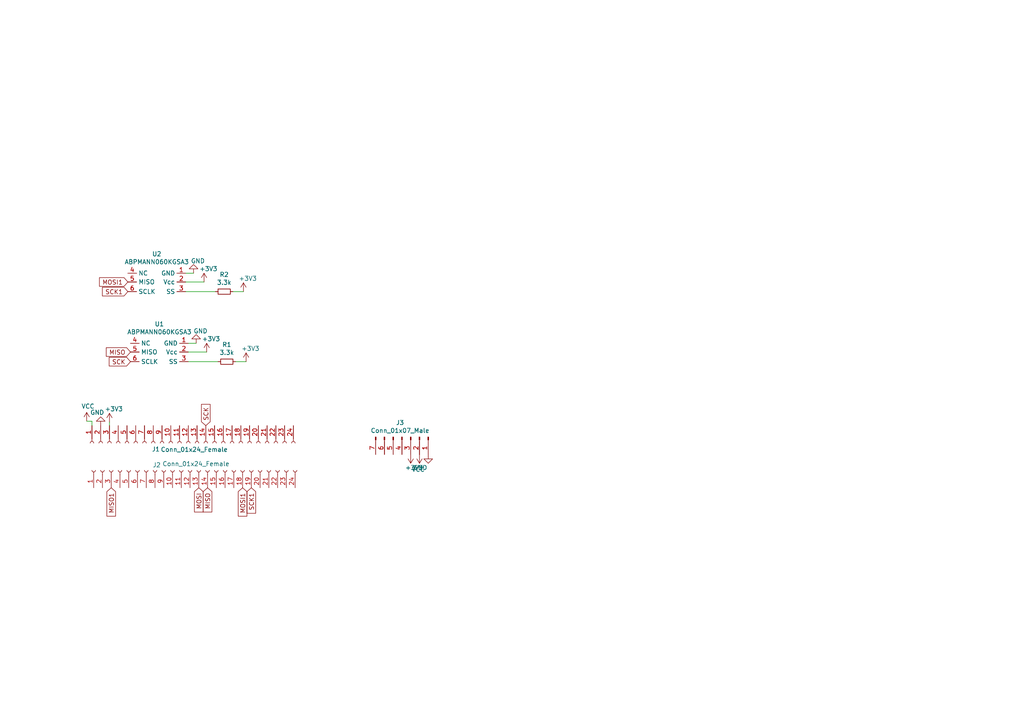
<source format=kicad_sch>
(kicad_sch (version 20200714) (host eeschema "(5.99.0-2415-gbbdd3fce7)")
  (page 1 1)
  (paper "A4")
  (lib_symbols
    (symbol "Connector:Conn_01x07_Male" (pin_names hide)
      (property "Reference" "J" (at 0 10.16 0))
      (property "Value" "Conn_01x07_Male" (at 0 -10.16 0))
      (symbol "Conn_01x07_Male_1_1"
        (rectangle (start 0.8636 -7.493) (end 0 -7.747) (stroke (width 0.1524)) (fill (type outline)))
        (rectangle (start 0.8636 -4.953) (end 0 -5.207) (stroke (width 0.1524)) (fill (type outline)))
        (rectangle (start 0.8636 -2.413) (end 0 -2.667) (stroke (width 0.1524)) (fill (type outline)))
        (rectangle (start 0.8636 0.127) (end 0 -0.127) (stroke (width 0.1524)) (fill (type outline)))
        (rectangle (start 0.8636 2.667) (end 0 2.413) (stroke (width 0.1524)) (fill (type outline)))
        (rectangle (start 0.8636 5.207) (end 0 4.953) (stroke (width 0.1524)) (fill (type outline)))
        (rectangle (start 0.8636 7.747) (end 0 7.493) (stroke (width 0.1524)) (fill (type outline)))
        (polyline (pts (xy 1.27 -7.62) (xy 0.8636 -7.62)) (stroke (width 0.1524)))
        (polyline (pts (xy 1.27 -5.08) (xy 0.8636 -5.08)) (stroke (width 0.1524)))
        (polyline (pts (xy 1.27 -2.54) (xy 0.8636 -2.54)) (stroke (width 0.1524)))
        (polyline (pts (xy 1.27 0) (xy 0.8636 0)) (stroke (width 0.1524)))
        (polyline (pts (xy 1.27 2.54) (xy 0.8636 2.54)) (stroke (width 0.1524)))
        (polyline (pts (xy 1.27 5.08) (xy 0.8636 5.08)) (stroke (width 0.1524)))
        (polyline (pts (xy 1.27 7.62) (xy 0.8636 7.62)) (stroke (width 0.1524)))
        (pin passive line (at 5.08 7.62 180) (length 3.81) (name "Pin_1") (number "1"))
        (pin passive line (at 5.08 5.08 180) (length 3.81) (name "Pin_2") (number "2"))
        (pin passive line (at 5.08 2.54 180) (length 3.81) (name "Pin_3") (number "3"))
        (pin passive line (at 5.08 0 180) (length 3.81) (name "Pin_4") (number "4"))
        (pin passive line (at 5.08 -2.54 180) (length 3.81) (name "Pin_5") (number "5"))
        (pin passive line (at 5.08 -5.08 180) (length 3.81) (name "Pin_6") (number "6"))
        (pin passive line (at 5.08 -7.62 180) (length 3.81) (name "Pin_7") (number "7"))
      )
    )
    (symbol "Connector:Conn_01x24_Female" (pin_names hide)
      (property "Reference" "J" (at 0 30.48 0))
      (property "Value" "Conn_01x24_Female" (at 0 -33.02 0))
      (symbol "Conn_01x24_Female_1_1"
        (arc (start 0 -29.972) (end 0 -30.988) (radius (at 0 -30.48) (length 0.508) (angles 90.1 -90.1)) (stroke (width 0.1524)))
        (arc (start 0 -27.432) (end 0 -28.448) (radius (at 0 -27.94) (length 0.508) (angles 90.1 -90.1)) (stroke (width 0.1524)))
        (arc (start 0 -24.892) (end 0 -25.908) (radius (at 0 -25.4) (length 0.508) (angles 90.1 -90.1)) (stroke (width 0.1524)))
        (arc (start 0 -22.352) (end 0 -23.368) (radius (at 0 -22.86) (length 0.508) (angles 90.1 -90.1)) (stroke (width 0.1524)))
        (arc (start 0 -19.812) (end 0 -20.828) (radius (at 0 -20.32) (length 0.508) (angles 90.1 -90.1)) (stroke (width 0.1524)))
        (arc (start 0 -17.272) (end 0 -18.288) (radius (at 0 -17.78) (length 0.508) (angles 90.1 -90.1)) (stroke (width 0.1524)))
        (arc (start 0 -14.732) (end 0 -15.748) (radius (at 0 -15.24) (length 0.508) (angles 90.1 -90.1)) (stroke (width 0.1524)))
        (arc (start 0 -12.192) (end 0 -13.208) (radius (at 0 -12.7) (length 0.508) (angles 90.1 -90.1)) (stroke (width 0.1524)))
        (arc (start 0 -9.652) (end 0 -10.668) (radius (at 0 -10.16) (length 0.508) (angles 90.1 -90.1)) (stroke (width 0.1524)))
        (arc (start 0 -7.112) (end 0 -8.128) (radius (at 0 -7.62) (length 0.508) (angles 90.1 -90.1)) (stroke (width 0.1524)))
        (arc (start 0 -4.572) (end 0 -5.588) (radius (at 0 -5.08) (length 0.508) (angles 90.1 -90.1)) (stroke (width 0.1524)))
        (arc (start 0 -2.032) (end 0 -3.048) (radius (at 0 -2.54) (length 0.508) (angles 90.1 -90.1)) (stroke (width 0.1524)))
        (arc (start 0 0.508) (end 0 -0.508) (radius (at 0 0) (length 0.508) (angles 90.1 -90.1)) (stroke (width 0.1524)))
        (arc (start 0 3.048) (end 0 2.032) (radius (at 0 2.54) (length 0.508) (angles 90.1 -90.1)) (stroke (width 0.1524)))
        (arc (start 0 5.588) (end 0 4.572) (radius (at 0 5.08) (length 0.508) (angles 90.1 -90.1)) (stroke (width 0.1524)))
        (arc (start 0 8.128) (end 0 7.112) (radius (at 0 7.62) (length 0.508) (angles 90.1 -90.1)) (stroke (width 0.1524)))
        (arc (start 0 10.668) (end 0 9.652) (radius (at 0 10.16) (length 0.508) (angles 90.1 -90.1)) (stroke (width 0.1524)))
        (arc (start 0 13.208) (end 0 12.192) (radius (at 0 12.7) (length 0.508) (angles 90.1 -90.1)) (stroke (width 0.1524)))
        (arc (start 0 15.748) (end 0 14.732) (radius (at 0 15.24) (length 0.508) (angles 90.1 -90.1)) (stroke (width 0.1524)))
        (arc (start 0 18.288) (end 0 17.272) (radius (at 0 17.78) (length 0.508) (angles 90.1 -90.1)) (stroke (width 0.1524)))
        (arc (start 0 20.828) (end 0 19.812) (radius (at 0 20.32) (length 0.508) (angles 90.1 -90.1)) (stroke (width 0.1524)))
        (arc (start 0 23.368) (end 0 22.352) (radius (at 0 22.86) (length 0.508) (angles 90.1 -90.1)) (stroke (width 0.1524)))
        (arc (start 0 25.908) (end 0 24.892) (radius (at 0 25.4) (length 0.508) (angles 90.1 -90.1)) (stroke (width 0.1524)))
        (arc (start 0 28.448) (end 0 27.432) (radius (at 0 27.94) (length 0.508) (angles 90.1 -90.1)) (stroke (width 0.1524)))
        (polyline (pts (xy -1.27 -30.48) (xy -0.508 -30.48)) (stroke (width 0.1524)))
        (polyline (pts (xy -1.27 -27.94) (xy -0.508 -27.94)) (stroke (width 0.1524)))
        (polyline (pts (xy -1.27 -25.4) (xy -0.508 -25.4)) (stroke (width 0.1524)))
        (polyline (pts (xy -1.27 -22.86) (xy -0.508 -22.86)) (stroke (width 0.1524)))
        (polyline (pts (xy -1.27 -20.32) (xy -0.508 -20.32)) (stroke (width 0.1524)))
        (polyline (pts (xy -1.27 -17.78) (xy -0.508 -17.78)) (stroke (width 0.1524)))
        (polyline (pts (xy -1.27 -15.24) (xy -0.508 -15.24)) (stroke (width 0.1524)))
        (polyline (pts (xy -1.27 -12.7) (xy -0.508 -12.7)) (stroke (width 0.1524)))
        (polyline (pts (xy -1.27 -10.16) (xy -0.508 -10.16)) (stroke (width 0.1524)))
        (polyline (pts (xy -1.27 -7.62) (xy -0.508 -7.62)) (stroke (width 0.1524)))
        (polyline (pts (xy -1.27 -5.08) (xy -0.508 -5.08)) (stroke (width 0.1524)))
        (polyline (pts (xy -1.27 -2.54) (xy -0.508 -2.54)) (stroke (width 0.1524)))
        (polyline (pts (xy -1.27 0) (xy -0.508 0)) (stroke (width 0.1524)))
        (polyline (pts (xy -1.27 2.54) (xy -0.508 2.54)) (stroke (width 0.1524)))
        (polyline (pts (xy -1.27 5.08) (xy -0.508 5.08)) (stroke (width 0.1524)))
        (polyline (pts (xy -1.27 7.62) (xy -0.508 7.62)) (stroke (width 0.1524)))
        (polyline (pts (xy -1.27 10.16) (xy -0.508 10.16)) (stroke (width 0.1524)))
        (polyline (pts (xy -1.27 12.7) (xy -0.508 12.7)) (stroke (width 0.1524)))
        (polyline (pts (xy -1.27 15.24) (xy -0.508 15.24)) (stroke (width 0.1524)))
        (polyline (pts (xy -1.27 17.78) (xy -0.508 17.78)) (stroke (width 0.1524)))
        (polyline (pts (xy -1.27 20.32) (xy -0.508 20.32)) (stroke (width 0.1524)))
        (polyline (pts (xy -1.27 22.86) (xy -0.508 22.86)) (stroke (width 0.1524)))
        (polyline (pts (xy -1.27 25.4) (xy -0.508 25.4)) (stroke (width 0.1524)))
        (polyline (pts (xy -1.27 27.94) (xy -0.508 27.94)) (stroke (width 0.1524)))
        (pin passive line (at -5.08 27.94 0) (length 3.81) (name "Pin_1") (number "1"))
        (pin passive line (at -5.08 5.08 0) (length 3.81) (name "Pin_10") (number "10"))
        (pin passive line (at -5.08 2.54 0) (length 3.81) (name "Pin_11") (number "11"))
        (pin passive line (at -5.08 0 0) (length 3.81) (name "Pin_12") (number "12"))
        (pin passive line (at -5.08 -2.54 0) (length 3.81) (name "Pin_13") (number "13"))
        (pin passive line (at -5.08 -5.08 0) (length 3.81) (name "Pin_14") (number "14"))
        (pin passive line (at -5.08 -7.62 0) (length 3.81) (name "Pin_15") (number "15"))
        (pin passive line (at -5.08 -10.16 0) (length 3.81) (name "Pin_16") (number "16"))
        (pin passive line (at -5.08 -12.7 0) (length 3.81) (name "Pin_17") (number "17"))
        (pin passive line (at -5.08 -15.24 0) (length 3.81) (name "Pin_18") (number "18"))
        (pin passive line (at -5.08 -17.78 0) (length 3.81) (name "Pin_19") (number "19"))
        (pin passive line (at -5.08 25.4 0) (length 3.81) (name "Pin_2") (number "2"))
        (pin passive line (at -5.08 -20.32 0) (length 3.81) (name "Pin_20") (number "20"))
        (pin passive line (at -5.08 -22.86 0) (length 3.81) (name "Pin_21") (number "21"))
        (pin passive line (at -5.08 -25.4 0) (length 3.81) (name "Pin_22") (number "22"))
        (pin passive line (at -5.08 -27.94 0) (length 3.81) (name "Pin_23") (number "23"))
        (pin passive line (at -5.08 -30.48 0) (length 3.81) (name "Pin_24") (number "24"))
        (pin passive line (at -5.08 22.86 0) (length 3.81) (name "Pin_3") (number "3"))
        (pin passive line (at -5.08 20.32 0) (length 3.81) (name "Pin_4") (number "4"))
        (pin passive line (at -5.08 17.78 0) (length 3.81) (name "Pin_5") (number "5"))
        (pin passive line (at -5.08 15.24 0) (length 3.81) (name "Pin_6") (number "6"))
        (pin passive line (at -5.08 12.7 0) (length 3.81) (name "Pin_7") (number "7"))
        (pin passive line (at -5.08 10.16 0) (length 3.81) (name "Pin_8") (number "8"))
        (pin passive line (at -5.08 7.62 0) (length 3.81) (name "Pin_9") (number "9"))
      )
    )
    (symbol "Device:R_Small" (pin_numbers hide) (pin_names (offset 0.254) hide)
      (property "Reference" "R" (at 0.762 0.508 0))
      (property "Value" "R_Small" (at 0.762 -1.016 0))
      (symbol "R_Small_0_1"
        (rectangle (start -0.762 1.778) (end 0.762 -1.778) (stroke (width 0.2032)))
      )
      (symbol "R_Small_1_1"
        (pin passive line (at 0 2.54 270) (length 0.762) (name "~") (number "1"))
        (pin passive line (at 0 -2.54 90) (length 0.762) (name "~") (number "2"))
      )
    )
    (symbol "Sensor_Gas:ABPMANN060KGSA3"
      (property "Reference" "U" (at -10.922 0.254 0))
      (property "Value" "ABPMANN060KGSA3" (at -11.43 10.922 0))
      (symbol "ABPMANN060KGSA3_1_1"
        (pin input line (at -3.302 7.366 180) (length 2.54) (name "GND") (number "1"))
        (pin input line (at -3.302 4.826 180) (length 2.54) (name "Vcc") (number "2"))
        (pin input line (at -3.302 2.032 180) (length 2.54) (name "SS") (number "3"))
        (pin input line (at -20.066 7.366 0) (length 2.54) (name "NC") (number "4"))
        (pin input line (at -20.066 4.826 0) (length 2.54) (name "MISO") (number "5"))
        (pin input line (at -20.066 2.032 0) (length 2.54) (name "SCLK") (number "6"))
      )
    )
    (symbol "power:+3V3" (power) (pin_names (offset 0))
      (property "Value" "+3V3" (at 0 3.556 0))
      (symbol "+3V3_0_1"
        (polyline (pts (xy -0.762 1.27) (xy 0 2.54)))
        (polyline (pts (xy 0 0) (xy 0 2.54)))
        (polyline (pts (xy 0 2.54) (xy 0.762 1.27)))
      )
      (symbol "+3V3_1_1"
        (pin power_in line (at 0 0 90) (length 0) hide (name "+3V3") (number "1"))
      )
    )
    (symbol "power:GND" (power) (pin_names (offset 0))
      (property "Value" "GND" (at 0 -3.81 0))
      (symbol "GND_0_1"
        (polyline (pts (xy 0 0) (xy 0 -1.27) (xy 1.27 -1.27) (xy 0 -2.54) (xy -1.27 -1.27) (xy 0 -1.27)))
      )
      (symbol "GND_1_1"
        (pin power_in line (at 0 0 270) (length 0) hide (name "GND") (number "1"))
      )
    )
    (symbol "power:VCC" (power) (pin_names (offset 0))
      (property "Value" "VCC" (at 0 3.81 0))
      (symbol "VCC_0_1"
        (polyline (pts (xy -0.762 1.27) (xy 0 2.54)))
        (polyline (pts (xy 0 0) (xy 0 2.54)))
        (polyline (pts (xy 0 2.54) (xy 0.762 1.27)))
      )
      (symbol "VCC_1_1"
        (pin power_in line (at 0 0 90) (length 0) hide (name "VCC") (number "1"))
      )
    )
  )
  (wire (pts (xy 25.146 122.174) (xy 26.67 122.174)))
  (wire (pts (xy 26.67 122.174) (xy 26.67 123.444)))
  (wire (pts (xy 31.75 122.428) (xy 31.75 123.444)))
  (wire (pts (xy 53.848 79.248) (xy 56.134 79.248)))
  (wire (pts (xy 53.848 81.788) (xy 59.182 81.788)))
  (wire (pts (xy 53.848 84.582) (xy 62.484 84.582)))
  (wire (pts (xy 54.61 99.568) (xy 56.896 99.568)))
  (wire (pts (xy 54.61 102.108) (xy 59.944 102.108)))
  (wire (pts (xy 54.61 104.902) (xy 63.246 104.902)))
  (wire (pts (xy 67.564 84.582) (xy 70.612 84.582)))
  (wire (pts (xy 68.326 104.902) (xy 71.374 104.902)))
  (global_label "MISO1" (shape input) (at 32.258 141.478 270))
  (global_label "MOSI1" (shape input) (at 37.084 81.788 180))
  (global_label "SCK1" (shape input) (at 37.084 84.582 180))
  (global_label "MISO" (shape input) (at 37.846 102.108 180))
  (global_label "SCK" (shape input) (at 37.846 104.902 180))
  (global_label "MOSI" (shape input) (at 57.658 141.478 270))
  (global_label "SCK" (shape input) (at 59.69 123.444 90))
  (global_label "MISO" (shape input) (at 60.198 141.478 270))
  (global_label "MOSI1" (shape input) (at 70.358 141.478 270))
  (global_label "SCK1" (shape input) (at 72.898 141.478 270))
  (symbol (lib_id "power:VCC") (at 25.146 122.174 0) (unit 1)
    (property "Reference" "#PWR0108" (effects hide))
    (property "Value" "VCC" (at 25.5143 117.8496 0))
  )
  (symbol (lib_id "power:+3V3") (at 31.75 122.428 0) (unit 1)
    (property "Reference" "#PWR0102" (effects hide))
    (property "Value" "+3V3" (at 33.02 118.618 0))
  )
  (symbol (lib_id "power:+3V3") (at 59.182 81.788 0) (unit 1)
    (property "Reference" "#PWR0105" (effects hide))
    (property "Value" "+3V3" (at 60.452 77.978 0))
  )
  (symbol (lib_id "power:+3V3") (at 59.944 102.108 0) (unit 1)
    (property "Reference" "#PWR0103" (effects hide))
    (property "Value" "+3V3" (at 61.214 98.298 0))
  )
  (symbol (lib_id "power:+3V3") (at 70.612 84.582 0) (unit 1)
    (property "Reference" "#PWR0107" (effects hide))
    (property "Value" "+3V3" (at 71.882 80.772 0))
  )
  (symbol (lib_id "power:+3V3") (at 71.374 104.902 0) (unit 1)
    (property "Reference" "#PWR01" (effects hide))
    (property "Value" "+3V3" (at 72.644 101.092 0))
  )
  (symbol (lib_id "power:+3V3") (at 119.126 131.826 180) (unit 1)
    (property "Reference" "#PWR0110" (effects hide))
    (property "Value" "+3V3" (at 120.142 135.636 0))
  )
  (symbol (lib_id "power:VCC") (at 121.666 131.826 180) (unit 1)
    (property "Reference" "#PWR0111" (effects hide))
    (property "Value" "VCC" (at 121.2977 136.1504 0))
  )
  (symbol (lib_id "power:GND") (at 29.21 123.444 0) (mirror x) (unit 1)
    (property "Reference" "#PWR0101" (effects hide))
    (property "Value" "GND" (at 28.194 119.634 0))
  )
  (symbol (lib_id "power:GND") (at 56.134 79.248 0) (mirror x) (unit 1)
    (property "Reference" "#PWR0106" (effects hide))
    (property "Value" "GND" (at 57.404 75.692 0))
  )
  (symbol (lib_id "power:GND") (at 56.896 99.568 0) (mirror x) (unit 1)
    (property "Reference" "#PWR0104" (effects hide))
    (property "Value" "GND" (at 58.166 96.012 0))
  )
  (symbol (lib_id "power:GND") (at 124.206 131.826 0) (mirror y) (unit 1)
    (property "Reference" "#PWR0109" (effects hide))
    (property "Value" "GND" (at 121.92 135.636 0))
  )
  (symbol (lib_id "Device:R_Small") (at 65.024 84.582 90) (unit 1)
    (property "Reference" "R2" (at 65.024 79.6352 90))
    (property "Value" "3.3k" (at 65.024 81.9339 90))
    (property "Footprint" "Resistor_THT:R_Axial_DIN0207_L6.3mm_D2.5mm_P10.16mm_Horizontal" (effects hide))
  )
  (symbol (lib_id "Device:R_Small") (at 65.786 104.902 90) (unit 1)
    (property "Reference" "R1" (at 65.786 99.9552 90))
    (property "Value" "3.3k" (at 65.786 102.2539 90))
    (property "Footprint" "Resistor_THT:R_Axial_DIN0207_L6.3mm_D2.5mm_P10.16mm_Horizontal" (effects hide))
  )
  (symbol (lib_id "Connector:Conn_01x07_Male") (at 116.586 126.746 270) (unit 1)
    (property "Reference" "J3" (at 116.0272 122.5866 90))
    (property "Value" "Conn_01x07_Male" (at 116.0272 124.8853 90))
    (property "Footprint" "Connector_PinHeader_2.54mm:PinHeader_1x07_P2.54mm_Vertical" (effects hide))
  )
  (symbol (lib_id "Sensor_Gas:ABPMANN060KGSA3") (at 57.15 86.614 0) (unit 1)
    (property "Reference" "U2" (at 45.466 73.6662 0))
    (property "Value" "ABPMANN060KGSA3" (at 45.466 75.9649 0))
    (property "Footprint" "Sensor:ABPMANN060KGSA3" (effects hide))
  )
  (symbol (lib_id "Sensor_Gas:ABPMANN060KGSA3") (at 57.912 106.934 0) (unit 1)
    (property "Reference" "U1" (at 46.228 93.9862 0))
    (property "Value" "ABPMANN060KGSA3" (at 46.228 96.2849 0))
    (property "Footprint" "Sensor:ABPMANN060KGSA3" (effects hide))
  )
  (symbol (lib_id "Connector:Conn_01x24_Female") (at 54.61 128.524 90) (mirror x) (unit 1)
    (property "Reference" "J1" (at 45.212 130.302 90))
    (property "Value" "Conn_01x24_Female" (at 56.3372 130.3847 90))
    (property "Footprint" "Connector_PinHeader_2.54mm:PinHeader_1x24_P2.54mm_Vertical" (effects hide))
  )
  (symbol (lib_id "Connector:Conn_01x24_Female") (at 55.118 136.398 90) (unit 1)
    (property "Reference" "J2" (at 45.466 134.874 90))
    (property "Value" "Conn_01x24_Female" (at 56.8452 134.5373 90))
    (property "Footprint" "Connector_PinHeader_2.54mm:PinHeader_1x24_P2.54mm_Vertical" (effects hide))
  )
)
</source>
